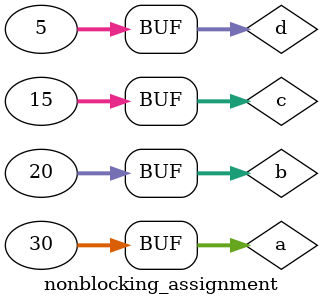
<source format=v>
`timescale 1ns / 1ps

module nonblocking_assignment;
     integer a,b,c,d ;
     
     initial
        begin
            $monitor($time , "a=%4d, b=%d, c=%d, d=%d", a, b, c, d);
            a=30; b=20; c=15; d=5;
        end
  
     initial
       begin
         a <= #5 b + c ;
         d <= #5 a - 3 ;
         b <= #5 d + 10 ;
         c <= #5 c + 1 ; 
       end
endmodule


</source>
